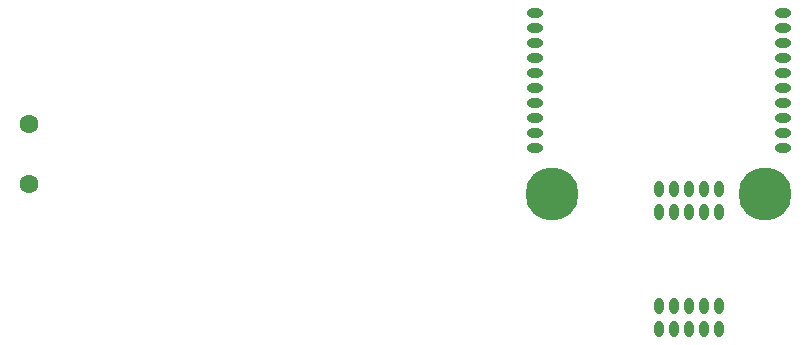
<source format=gbr>
G04 #@! TF.GenerationSoftware,KiCad,Pcbnew,(5.1.4)-1*
G04 #@! TF.CreationDate,2019-11-19T10:04:28+09:00*
G04 #@! TF.ProjectId,signaltowr_hikarikensyutu,7369676e-616c-4746-9f77-725f68696b61,rev?*
G04 #@! TF.SameCoordinates,Original*
G04 #@! TF.FileFunction,Soldermask,Bot*
G04 #@! TF.FilePolarity,Negative*
%FSLAX46Y46*%
G04 Gerber Fmt 4.6, Leading zero omitted, Abs format (unit mm)*
G04 Created by KiCad (PCBNEW (5.1.4)-1) date 2019-11-19 10:04:28*
%MOMM*%
%LPD*%
G04 APERTURE LIST*
%ADD10C,1.600000*%
%ADD11C,4.500000*%
%ADD12O,0.800000X1.400000*%
%ADD13O,1.400000X0.800000*%
G04 APERTURE END LIST*
D10*
X96266000Y-75946000D03*
X96266000Y-81026000D03*
D11*
X140606000Y-81923000D03*
X158606000Y-81923000D03*
D12*
X149606000Y-81463000D03*
X150876000Y-81463000D03*
X152146000Y-81463000D03*
X153416000Y-81463000D03*
X154686000Y-81463000D03*
X149606000Y-83383000D03*
X150876000Y-83383000D03*
X152146000Y-83383000D03*
X153416000Y-83383000D03*
X154686000Y-83383000D03*
D13*
X160091000Y-77978000D03*
X160091000Y-76708000D03*
X160091000Y-75438000D03*
X160091000Y-74168000D03*
X160091000Y-72898000D03*
X160091000Y-71628000D03*
X160091000Y-70358000D03*
X160091000Y-69088000D03*
X139121000Y-77978000D03*
X139121000Y-76708000D03*
X139121000Y-75438000D03*
X139121000Y-74168000D03*
X139121000Y-72898000D03*
X139121000Y-71628000D03*
X139121000Y-70358000D03*
X139121000Y-69088000D03*
X139121000Y-67818000D03*
X139121000Y-66548000D03*
X160091000Y-67818000D03*
X160091000Y-66548000D03*
D12*
X149606000Y-91369000D03*
X150876000Y-91369000D03*
X152146000Y-91369000D03*
X153416000Y-91369000D03*
X154686000Y-91369000D03*
X154686000Y-93289000D03*
X149606000Y-93289000D03*
X150876000Y-93289000D03*
X153416000Y-93289000D03*
X152146000Y-93289000D03*
M02*

</source>
